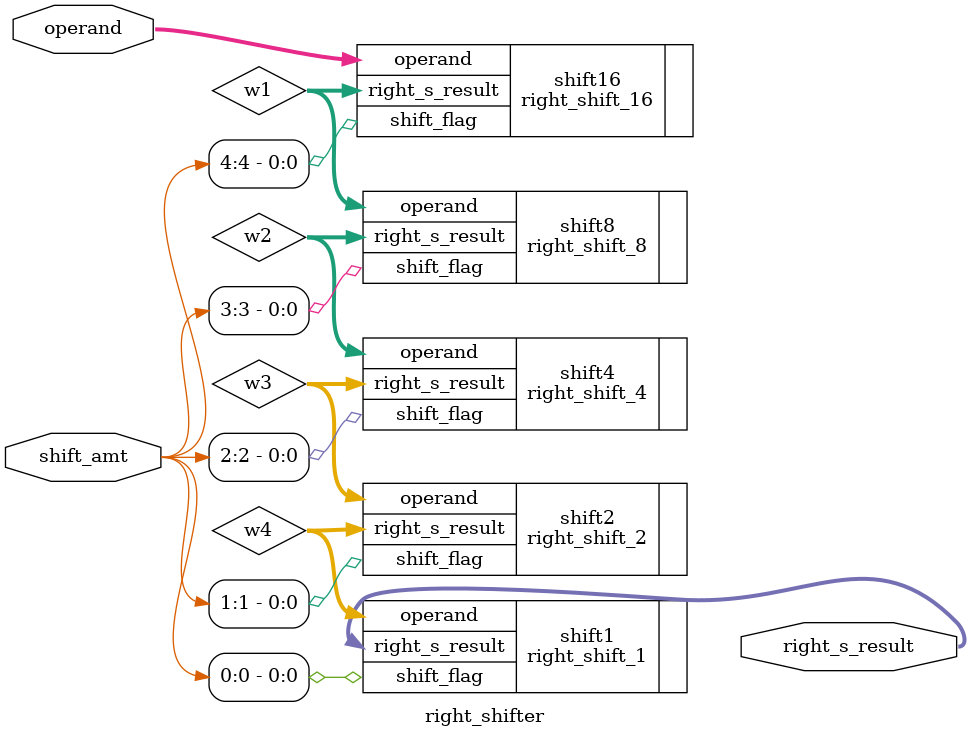
<source format=v>
module right_shifter (shift_amt,right_s_result,operand);
	input[31:0] operand;
	input[4:0] shift_amt;
	output[31:0] right_s_result;
	wire[31:0] w1,w2,w3,w4;
	right_shift_16 shift16(.right_s_result(w1),.shift_flag(shift_amt[4]),.operand(operand));
	right_shift_8 shift8(.right_s_result(w2),.shift_flag(shift_amt[3]),.operand(w1));
	right_shift_4 shift4(.right_s_result(w3),.shift_flag(shift_amt[2]),.operand(w2));
	right_shift_2 shift2(.right_s_result(w4),.shift_flag(shift_amt[1]),.operand(w3));
	right_shift_1 shift1(.right_s_result(right_s_result),.shift_flag(shift_amt[0]),.operand(w4));
	
endmodule
</source>
